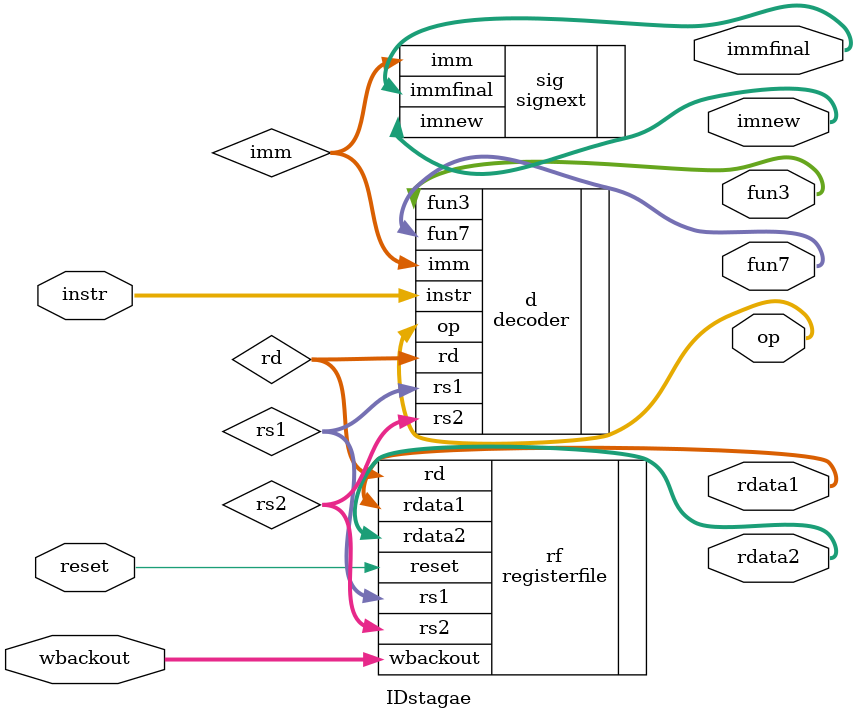
<source format=sv>
module IDstagae#(parameter n=32)
( input logic reset,
input logic [n-1:0] instr,
input logic [n-1:0] wbackout, 
output logic [2:0]fun3,
output logic[n-1:0] rdata1,rdata2, 
output logic [6:0]fun7,
output logic [6:0] op,
output logic[n-1:0] immfinal,imnew); 
logic [11:0] imm;
logic [4:0] rd,rs1,rs2;
decoder d(.op(op),.instr(instr),.rd(rd),.rs1(rs1),.rs2(rs2),.imm(imm),.fun3(fun3),.fun7(fun7)); 
registerfile rf(.rd(rd),.rs1(rs1),.rs2(rs2),.wbackout(wbackout),.reset(reset),.rdata1(rdata1),.rdata2(rdata2)); 
signext sig(.imm(imm),.immfinal(immfinal),.imnew(imnew));
endmodule

</source>
